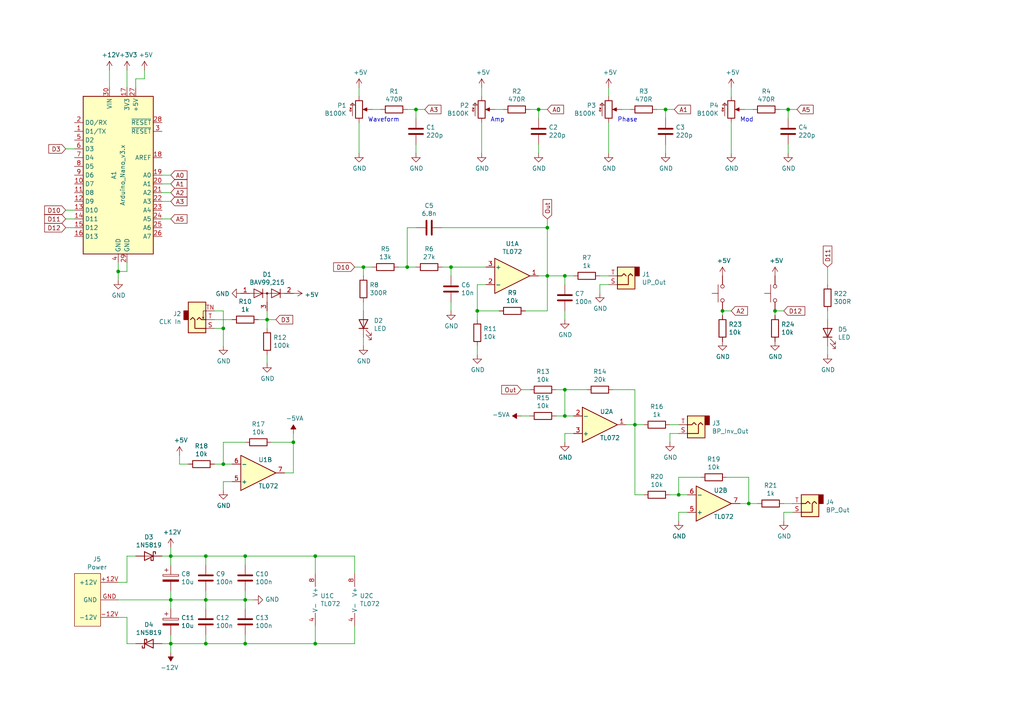
<source format=kicad_sch>
(kicad_sch (version 20231120) (generator "eeschema") (generator_version "8.0")
  (paper "A4")
  (lib_symbols
    (symbol "Amplifier_Operational:TL072" (pin_names (offset 0.127))
      (property "Reference" "U" (at 0 5.08 0))
      (property "Value" "TL072" (at 0 -5.08 0))
      (symbol "TL072_1_1"
        (polyline (pts (xy -5.08 5.08) (xy 5.08 0) (xy -5.08 -5.08) (xy -5.08 5.08)) (stroke (width 0.254)) (fill (type background)))
        (pin output line (at 7.62 0 180) (length 2.54) (name "~") (number "1"))
        (pin input line (at -7.62 -2.54 0) (length 2.54) (name "-") (number "2"))
        (pin input line (at -7.62 2.54 0) (length 2.54) (name "+") (number "3"))
      )
      (symbol "TL072_2_1"
        (polyline (pts (xy -5.08 5.08) (xy 5.08 0) (xy -5.08 -5.08) (xy -5.08 5.08)) (stroke (width 0.254)) (fill (type background)))
        (pin input line (at -7.62 2.54 0) (length 2.54) (name "+") (number "5"))
        (pin input line (at -7.62 -2.54 0) (length 2.54) (name "-") (number "6"))
        (pin output line (at 7.62 0 180) (length 2.54) (name "~") (number "7"))
      )
      (symbol "TL072_3_1"
        (pin power_in line (at -2.54 -7.62 90) (length 3.81) (name "V-") (number "4"))
        (pin power_in line (at -2.54 7.62 270) (length 3.81) (name "V+") (number "8"))
      )
    )
    (symbol "Connector:AudioJack2"
      (property "Reference" "J" (at 0 8.89 0))
      (property "Value" "AudioJack2" (at 0 6.35 0))
      (symbol "AudioJack2_0_1"
        (rectangle (start -3.81 0) (end -2.54 -2.54) (stroke (width 0.254)) (fill (type outline)))
        (rectangle (start -2.54 3.81) (end 2.54 -2.54) (stroke (width 0.254)) (fill (type background)))
        (polyline (pts (xy 0 0) (xy 0.635 -0.635) (xy 1.27 0) (xy 2.54 0)) (stroke (width 0.254)))
        (polyline (pts (xy 2.54 2.54) (xy -0.635 2.54) (xy -0.635 0) (xy -1.27 -0.635) (xy -1.905 0)) (stroke (width 0.254)))
      )
      (symbol "AudioJack2_1_1"
        (pin passive line (at 5.08 2.54 180) (length 2.54) (name "~") (number "S"))
        (pin passive line (at 5.08 0 180) (length 2.54) (name "~") (number "T"))
      )
    )
    (symbol "Connector:AudioJack2_SwitchT"
      (property "Reference" "J" (at 0 8.89 0))
      (property "Value" "AudioJack2_SwitchT" (at 0 6.35 0))
      (symbol "AudioJack2_SwitchT_0_1"
        (rectangle (start -2.54 0) (end -3.81 -2.54) (stroke (width 0.254)) (fill (type outline)))
        (polyline (pts (xy 1.778 -0.254) (xy 2.032 -0.762)))
        (polyline (pts (xy 0 0) (xy 0.635 -0.635) (xy 1.27 0) (xy 2.54 0)) (stroke (width 0.254)))
        (polyline (pts (xy 2.54 -2.54) (xy 1.778 -2.54) (xy 1.778 -0.254) (xy 1.524 -0.762)))
        (polyline (pts (xy 2.54 2.54) (xy -0.635 2.54) (xy -0.635 0) (xy -1.27 -0.635) (xy -1.905 0)) (stroke (width 0.254)))
        (rectangle (start 2.54 3.81) (end -2.54 -5.08) (stroke (width 0.254)) (fill (type background)))
      )
      (symbol "AudioJack2_SwitchT_1_1"
        (pin passive line (at 5.08 2.54 180) (length 2.54) (name "~") (number "S"))
        (pin passive line (at 5.08 0 180) (length 2.54) (name "~") (number "T"))
        (pin passive line (at 5.08 -2.54 180) (length 2.54) (name "~") (number "TN"))
      )
    )
    (symbol "Device:C" (pin_numbers hide) (pin_names (offset 0.254))
      (property "Reference" "C" (at 0.635 2.54 0))
      (property "Value" "C" (at 0.635 -2.54 0))
      (symbol "C_0_1"
        (polyline (pts (xy -2.032 -0.762) (xy 2.032 -0.762)) (stroke (width 0.508)))
        (polyline (pts (xy -2.032 0.762) (xy 2.032 0.762)) (stroke (width 0.508)))
      )
      (symbol "C_1_1"
        (pin passive line (at 0 3.81 270) (length 2.794) (name "~") (number "1"))
        (pin passive line (at 0 -3.81 90) (length 2.794) (name "~") (number "2"))
      )
    )
    (symbol "Device:C_Polarized" (pin_numbers hide) (pin_names (offset 0.254))
      (property "Reference" "C" (at 0.635 2.54 0))
      (property "Value" "C_Polarized" (at 0.635 -2.54 0))
      (symbol "C_Polarized_0_1"
        (rectangle (start -2.286 0.508) (end 2.286 1.016))
        (polyline (pts (xy -1.778 2.286) (xy -0.762 2.286)))
        (polyline (pts (xy -1.27 2.794) (xy -1.27 1.778)))
        (rectangle (start 2.286 -0.508) (end -2.286 -1.016) (fill (type outline)))
      )
      (symbol "C_Polarized_1_1"
        (pin passive line (at 0 3.81 270) (length 2.794) (name "~") (number "1"))
        (pin passive line (at 0 -3.81 90) (length 2.794) (name "~") (number "2"))
      )
    )
    (symbol "Device:LED" (pin_numbers hide) (pin_names (offset 1.016) hide)
      (property "Reference" "D" (at 0 2.54 0))
      (property "Value" "LED" (at 0 -2.54 0))
      (symbol "LED_0_1"
        (polyline (pts (xy -1.27 -1.27) (xy -1.27 1.27)) (stroke (width 0.254)))
        (polyline (pts (xy -1.27 0) (xy 1.27 0)))
        (polyline (pts (xy 1.27 -1.27) (xy 1.27 1.27) (xy -1.27 0) (xy 1.27 -1.27)) (stroke (width 0.254)))
        (polyline (pts (xy -3.048 -0.762) (xy -4.572 -2.286) (xy -3.81 -2.286) (xy -4.572 -2.286) (xy -4.572 -1.524)))
        (polyline (pts (xy -1.778 -0.762) (xy -3.302 -2.286) (xy -2.54 -2.286) (xy -3.302 -2.286) (xy -3.302 -1.524)))
      )
      (symbol "LED_1_1"
        (pin passive line (at -3.81 0 0) (length 2.54) (name "K") (number "1"))
        (pin passive line (at 3.81 0 180) (length 2.54) (name "A") (number "2"))
      )
    )
    (symbol "Device:R" (pin_numbers hide) (pin_names (offset 0))
      (property "Reference" "R" (at 2.032 0 90))
      (property "Value" "R" (at 0 0 90))
      (symbol "R_0_1"
        (rectangle (start -1.016 -2.54) (end 1.016 2.54) (stroke (width 0.254)))
      )
      (symbol "R_1_1"
        (pin passive line (at 0 3.81 270) (length 1.27) (name "~") (number "1"))
        (pin passive line (at 0 -3.81 90) (length 1.27) (name "~") (number "2"))
      )
    )
    (symbol "Device_Additional:R_POT" (pin_names (offset 1.016))
      (property "Reference" "P" (at -5.715 0 90))
      (property "Value" "R_POT" (at -3.81 0 90))
      (symbol "R_POT_0_0"
        (text "cw" (at -2.54 0 900) (effects (font (size 0.635 0.635))))
      )
      (symbol "R_POT_0_1"
        (polyline (pts (xy -1.905 -1.905) (xy -1.905 1.905) (xy -2.54 1.27) (xy -1.27 1.27) (xy -1.905 1.905)))
      )
      (symbol "R_POT_1_1"
        (polyline (pts (xy 2.54 0) (xy 1.524 0)))
        (polyline (pts (xy 1.143 0) (xy 2.286 0.508) (xy 2.286 -0.508) (xy 1.143 0)) (fill (type outline)))
        (rectangle (start 1.016 2.54) (end -1.016 -2.54) (stroke (width 0.254)))
        (pin passive line (at 0 -3.81 90) (length 1.27) (name "CCW") (number "CCW"))
        (pin passive line (at 0 3.81 270) (length 1.27) (name "CW") (number "CW"))
        (pin passive line (at 3.81 0 180) (length 1.27) (name "W") (number "W"))
      )
    )
    (symbol "Diode:1N5817" (pin_numbers hide) (pin_names (offset 1.016) hide)
      (property "Reference" "D" (at 0 2.54 0))
      (property "Value" "1N5817" (at 0 -2.54 0))
      (symbol "1N5817_0_1"
        (polyline (pts (xy 1.27 0) (xy -1.27 0)))
        (polyline (pts (xy 1.27 1.27) (xy 1.27 -1.27) (xy -1.27 0) (xy 1.27 1.27)) (stroke (width 0.254)))
        (polyline (pts (xy -1.905 0.635) (xy -1.905 1.27) (xy -1.27 1.27) (xy -1.27 -1.27) (xy -0.635 -1.27) (xy -0.635 -0.635)) (stroke (width 0.254)))
      )
      (symbol "1N5817_1_1"
        (pin passive line (at -3.81 0 0) (length 2.54) (name "K") (number "1"))
        (pin passive line (at 3.81 0 180) (length 2.54) (name "A") (number "2"))
      )
    )
    (symbol "Diode:BAV99" (pin_names hide)
      (property "Reference" "D" (at 0 5.08 0))
      (property "Value" "BAV99" (at 0 2.54 0))
      (symbol "BAV99_0_1"
        (polyline (pts (xy -5.08 0) (xy 5.08 0)))
      )
      (symbol "BAV99_1_1"
        (polyline (pts (xy 0 0) (xy 0 -2.54)))
        (polyline (pts (xy -1.27 -1.27) (xy -1.27 1.27) (xy -1.27 1.27)) (stroke (width 0.2032)))
        (polyline (pts (xy 3.81 1.27) (xy 3.81 -1.27) (xy 3.81 -1.27)) (stroke (width 0.2032)))
        (polyline (pts (xy -3.81 1.27) (xy -1.27 0) (xy -3.81 -1.27) (xy -3.81 1.27) (xy -3.81 1.27) (xy -3.81 1.27)) (stroke (width 0.2032)))
        (polyline (pts (xy 1.27 1.27) (xy 3.81 0) (xy 1.27 -1.27) (xy 1.27 1.27) (xy 1.27 1.27) (xy 1.27 1.27)) (stroke (width 0.2032)))
        (circle (center 0 0) (radius 0.254) (fill (type outline)))
        (pin passive line (at -7.62 0 0) (length 2.54) (name "K") (number "1"))
        (pin passive line (at 7.62 0 180) (length 2.54) (name "A") (number "2"))
        (pin passive line (at 0 -5.08 90) (length 2.54) (name "K") (number "3"))
      )
    )
    (symbol "Eurorack_Synth:Power_2x5" (pin_names (offset 1.016))
      (property "Reference" "J" (at 0 10.16 0))
      (property "Value" "Power_2x5" (at 0 8.89 0))
      (symbol "Power_2x5_0_1"
        (rectangle (start 3.81 7.62) (end -3.81 -7.62) (fill (type background)))
      )
      (symbol "Power_2x5_1_1"
        (pin power_out line (at 8.89 5.08 180) (length 5.08) (name "+12V") (number "+12V"))
        (pin power_out line (at 8.89 -5.08 180) (length 5.08) (name "-12V") (number "-12V"))
        (pin power_out line (at 8.89 0 180) (length 5.08) (name "GND") (number "GND"))
      )
    )
    (symbol "MCU_Module:Arduino_Nano_v3.x"
      (property "Reference" "A" (at -10.16 23.495 0))
      (property "Value" "Arduino_Nano_v3.x" (at 5.08 -24.13 0))
      (symbol "Arduino_Nano_v3.x_0_1"
        (rectangle (start -10.16 22.86) (end 10.16 -22.86) (stroke (width 0.254)) (fill (type background)))
      )
      (symbol "Arduino_Nano_v3.x_1_1"
        (pin bidirectional line (at -12.7 12.7 0) (length 2.54) (name "D1/TX") (number "1"))
        (pin bidirectional line (at -12.7 -2.54 0) (length 2.54) (name "D7") (number "10"))
        (pin bidirectional line (at -12.7 -5.08 0) (length 2.54) (name "D8") (number "11"))
        (pin bidirectional line (at -12.7 -7.62 0) (length 2.54) (name "D9") (number "12"))
        (pin bidirectional line (at -12.7 -10.16 0) (length 2.54) (name "D10") (number "13"))
        (pin bidirectional line (at -12.7 -12.7 0) (length 2.54) (name "D11") (number "14"))
        (pin bidirectional line (at -12.7 -15.24 0) (length 2.54) (name "D12") (number "15"))
        (pin bidirectional line (at -12.7 -17.78 0) (length 2.54) (name "D13") (number "16"))
        (pin power_out line (at 2.54 25.4 270) (length 2.54) (name "3V3") (number "17"))
        (pin input line (at 12.7 5.08 180) (length 2.54) (name "AREF") (number "18"))
        (pin bidirectional line (at 12.7 0 180) (length 2.54) (name "A0") (number "19"))
        (pin bidirectional line (at -12.7 15.24 0) (length 2.54) (name "D0/RX") (number "2"))
        (pin bidirectional line (at 12.7 -2.54 180) (length 2.54) (name "A1") (number "20"))
        (pin bidirectional line (at 12.7 -5.08 180) (length 2.54) (name "A2") (number "21"))
        (pin bidirectional line (at 12.7 -7.62 180) (length 2.54) (name "A3") (number "22"))
        (pin bidirectional line (at 12.7 -10.16 180) (length 2.54) (name "A4") (number "23"))
        (pin bidirectional line (at 12.7 -12.7 180) (length 2.54) (name "A5") (number "24"))
        (pin bidirectional line (at 12.7 -15.24 180) (length 2.54) (name "A6") (number "25"))
        (pin bidirectional line (at 12.7 -17.78 180) (length 2.54) (name "A7") (number "26"))
        (pin power_out line (at 5.08 25.4 270) (length 2.54) (name "+5V") (number "27"))
        (pin input line (at 12.7 15.24 180) (length 2.54) (name "~{RESET}") (number "28"))
        (pin power_in line (at 2.54 -25.4 90) (length 2.54) (name "GND") (number "29"))
        (pin input line (at 12.7 12.7 180) (length 2.54) (name "~{RESET}") (number "3"))
        (pin power_in line (at -2.54 25.4 270) (length 2.54) (name "VIN") (number "30"))
        (pin power_in line (at 0 -25.4 90) (length 2.54) (name "GND") (number "4"))
        (pin bidirectional line (at -12.7 10.16 0) (length 2.54) (name "D2") (number "5"))
        (pin bidirectional line (at -12.7 7.62 0) (length 2.54) (name "D3") (number "6"))
        (pin bidirectional line (at -12.7 5.08 0) (length 2.54) (name "D4") (number "7"))
        (pin bidirectional line (at -12.7 2.54 0) (length 2.54) (name "D5") (number "8"))
        (pin bidirectional line (at -12.7 0 0) (length 2.54) (name "D6") (number "9"))
      )
    )
    (symbol "Switch:SW_Push" (pin_numbers hide) (pin_names (offset 1.016) hide)
      (property "Reference" "SW" (at 1.27 2.54 0))
      (property "Value" "SW_Push" (at 0 -1.524 0))
      (symbol "SW_Push_0_1"
        (circle (center -2.032 0) (radius 0.508))
        (polyline (pts (xy 0 1.27) (xy 0 3.048)))
        (polyline (pts (xy 2.54 1.27) (xy -2.54 1.27)))
        (circle (center 2.032 0) (radius 0.508))
        (pin passive line (at -5.08 0 0) (length 2.54) (name "1") (number "1"))
        (pin passive line (at 5.08 0 180) (length 2.54) (name "2") (number "2"))
      )
    )
    (symbol "power:+12V" (power) (pin_names (offset 0))
      (property "Value" "+12V" (at 0 3.556 0))
      (symbol "+12V_0_1"
        (polyline (pts (xy -0.762 1.27) (xy 0 2.54)))
        (polyline (pts (xy 0 0) (xy 0 2.54)))
        (polyline (pts (xy 0 2.54) (xy 0.762 1.27)))
      )
      (symbol "+12V_1_1"
        (pin power_in line (at 0 0 90) (length 0) hide (name "+12V") (number "1"))
      )
    )
    (symbol "power:+3.3V" (power) (pin_names (offset 0))
      (property "Value" "+3.3V" (at 0 3.556 0))
      (symbol "+3.3V_0_1"
        (polyline (pts (xy -0.762 1.27) (xy 0 2.54)))
        (polyline (pts (xy 0 0) (xy 0 2.54)))
        (polyline (pts (xy 0 2.54) (xy 0.762 1.27)))
      )
      (symbol "+3.3V_1_1"
        (pin power_in line (at 0 0 90) (length 0) hide (name "+3V3") (number "1"))
      )
    )
    (symbol "power:+5V" (power) (pin_names (offset 0))
      (property "Value" "+5V" (at 0 3.556 0))
      (symbol "+5V_0_1"
        (polyline (pts (xy -0.762 1.27) (xy 0 2.54)))
        (polyline (pts (xy 0 0) (xy 0 2.54)))
        (polyline (pts (xy 0 2.54) (xy 0.762 1.27)))
      )
      (symbol "+5V_1_1"
        (pin power_in line (at 0 0 90) (length 0) hide (name "+5V") (number "1"))
      )
    )
    (symbol "power:-12V" (power) (pin_names (offset 0))
      (property "Value" "-12V" (at 0 3.81 0))
      (symbol "-12V_0_0"
        (pin power_in line (at 0 0 90) (length 0) hide (name "-12V") (number "1"))
      )
      (symbol "-12V_0_1"
        (polyline (pts (xy 0 0) (xy 0 1.27) (xy 0.762 1.27) (xy 0 2.54) (xy -0.762 1.27) (xy 0 1.27)) (fill (type outline)))
      )
    )
    (symbol "power:-5VA" (power) (pin_names (offset 0))
      (property "Value" "-5VA" (at 0 3.81 0))
      (symbol "-5VA_0_0"
        (pin power_in line (at 0 0 90) (length 0) hide (name "-5VA") (number "1"))
      )
      (symbol "-5VA_0_1"
        (polyline (pts (xy 0 0) (xy 0 1.27) (xy 0.762 1.27) (xy 0 2.54) (xy -0.762 1.27) (xy 0 1.27)) (fill (type outline)))
      )
    )
    (symbol "power:GND" (power) (pin_names (offset 0))
      (property "Value" "GND" (at 0 -3.81 0))
      (symbol "GND_0_1"
        (polyline (pts (xy 0 0) (xy 0 -1.27) (xy 1.27 -1.27) (xy 0 -2.54) (xy -1.27 -1.27) (xy 0 -1.27)))
      )
      (symbol "GND_1_1"
        (pin power_in line (at 0 0 270) (length 0) hide (name "GND") (number "1"))
      )
    )
  )
  (junction (at 193.04 31.75))
  (junction (at 71.12 186.69))
  (junction (at 196.85 143.51))
  (junction (at 163.83 80.01))
  (junction (at 158.75 80.01))
  (junction (at 105.41 77.47))
  (junction (at 118.11 77.47))
  (junction (at 156.21 31.75))
  (junction (at 71.12 173.99))
  (junction (at 91.44 161.29))
  (junction (at 209.55 90.17))
  (junction (at 163.83 113.03))
  (junction (at 49.53 186.69))
  (junction (at 71.12 161.29))
  (junction (at 217.17 146.05))
  (junction (at 34.29 78.74))
  (junction (at 184.15 123.19))
  (junction (at 228.6 31.75))
  (junction (at 64.77 134.62))
  (junction (at 120.65 31.75))
  (junction (at 49.53 173.99))
  (junction (at 64.77 95.25))
  (junction (at 224.79 90.17))
  (junction (at 59.69 186.69))
  (junction (at 85.09 128.27))
  (junction (at 59.69 161.29))
  (junction (at 49.53 161.29))
  (junction (at 158.75 66.04))
  (junction (at 59.69 173.99))
  (junction (at 130.81 77.47))
  (junction (at 91.44 186.69))
  (junction (at 77.47 92.71))
  (junction (at 138.43 90.17))
  (junction (at 163.83 120.65))
  (wire (pts (xy 152.4 90.17) (xy 158.75 90.17)))
  (wire (pts (xy 36.83 25.4) (xy 36.83 20.32)))
  (wire (pts (xy 226.06 31.75) (xy 228.6 31.75)))
  (wire (pts (xy 39.37 186.69) (xy 36.83 186.69)))
  (wire (pts (xy 196.85 138.43) (xy 203.2 138.43)))
  (wire (pts (xy 73.66 173.99) (xy 71.12 173.99)))
  (wire (pts (xy 105.41 97.79) (xy 105.41 100.33)))
  (wire (pts (xy 34.29 78.74) (xy 34.29 81.28)))
  (wire (pts (xy 46.99 63.5) (xy 49.53 63.5)))
  (wire (pts (xy 228.6 41.91) (xy 228.6 44.45)))
  (wire (pts (xy 186.69 123.19) (xy 184.15 123.19)))
  (wire (pts (xy 156.21 31.75) (xy 156.21 34.29)))
  (wire (pts (xy 209.55 90.17) (xy 209.55 91.44)))
  (wire (pts (xy 224.79 90.17) (xy 227.33 90.17)))
  (wire (pts (xy 144.78 90.17) (xy 138.43 90.17)))
  (wire (pts (xy 59.69 161.29) (xy 59.69 163.83)))
  (wire (pts (xy 151.13 120.65) (xy 153.67 120.65)))
  (wire (pts (xy 229.87 148.59) (xy 227.33 148.59)))
  (wire (pts (xy 59.69 184.15) (xy 59.69 186.69)))
  (wire (pts (xy 196.85 123.19) (xy 194.31 123.19)))
  (wire (pts (xy 91.44 186.69) (xy 91.44 181.61)))
  (wire (pts (xy 184.15 143.51) (xy 186.69 143.51)))
  (wire (pts (xy 46.99 53.34) (xy 49.53 53.34)))
  (wire (pts (xy 59.69 161.29) (xy 71.12 161.29)))
  (wire (pts (xy 193.04 31.75) (xy 193.04 34.29)))
  (wire (pts (xy 36.83 161.29) (xy 39.37 161.29)))
  (wire (pts (xy 107.95 31.75) (xy 110.49 31.75)))
  (wire (pts (xy 158.75 80.01) (xy 156.21 80.01)))
  (wire (pts (xy 64.77 128.27) (xy 64.77 134.62)))
  (wire (pts (xy 64.77 90.17) (xy 64.77 95.25)))
  (wire (pts (xy 102.87 161.29) (xy 102.87 166.37)))
  (wire (pts (xy 228.6 31.75) (xy 231.14 31.75)))
  (wire (pts (xy 158.75 63.5) (xy 158.75 66.04)))
  (wire (pts (xy 130.81 87.63) (xy 130.81 90.17)))
  (wire (pts (xy 102.87 77.47) (xy 105.41 77.47)))
  (wire (pts (xy 49.53 186.69) (xy 49.53 184.15)))
  (wire (pts (xy 227.33 146.05) (xy 229.87 146.05)))
  (wire (pts (xy 62.23 95.25) (xy 64.77 95.25)))
  (wire (pts (xy 34.29 173.99) (xy 49.53 173.99)))
  (wire (pts (xy 224.79 91.44) (xy 224.79 90.17)))
  (wire (pts (xy 71.12 171.45) (xy 71.12 173.99)))
  (wire (pts (xy 64.77 128.27) (xy 71.12 128.27)))
  (wire (pts (xy 161.29 113.03) (xy 163.83 113.03)))
  (wire (pts (xy 71.12 161.29) (xy 71.12 163.83)))
  (wire (pts (xy 196.85 143.51) (xy 196.85 138.43)))
  (wire (pts (xy 217.17 146.05) (xy 214.63 146.05)))
  (wire (pts (xy 49.53 173.99) (xy 59.69 173.99)))
  (wire (pts (xy 64.77 95.25) (xy 64.77 100.33)))
  (wire (pts (xy 143.51 31.75) (xy 146.05 31.75)))
  (wire (pts (xy 138.43 90.17) (xy 138.43 92.71)))
  (wire (pts (xy 163.83 120.65) (xy 166.37 120.65)))
  (wire (pts (xy 139.7 25.4) (xy 139.7 27.94)))
  (wire (pts (xy 71.12 184.15) (xy 71.12 186.69)))
  (wire (pts (xy 21.59 66.04) (xy 19.05 66.04)))
  (wire (pts (xy 130.81 77.47) (xy 130.81 80.01)))
  (wire (pts (xy 52.07 134.62) (xy 54.61 134.62)))
  (wire (pts (xy 34.29 168.91) (xy 36.83 168.91)))
  (wire (pts (xy 80.01 92.71) (xy 77.47 92.71)))
  (wire (pts (xy 138.43 82.55) (xy 138.43 90.17)))
  (wire (pts (xy 19.05 43.18) (xy 21.59 43.18)))
  (wire (pts (xy 140.97 82.55) (xy 138.43 82.55)))
  (wire (pts (xy 212.09 90.17) (xy 209.55 90.17)))
  (wire (pts (xy 120.65 66.04) (xy 118.11 66.04)))
  (wire (pts (xy 104.14 25.4) (xy 104.14 27.94)))
  (wire (pts (xy 49.53 161.29) (xy 49.53 163.83)))
  (wire (pts (xy 199.39 148.59) (xy 196.85 148.59)))
  (wire (pts (xy 34.29 76.2) (xy 34.29 78.74)))
  (wire (pts (xy 49.53 158.75) (xy 49.53 161.29)))
  (wire (pts (xy 34.29 78.74) (xy 36.83 78.74)))
  (wire (pts (xy 46.99 50.8) (xy 49.53 50.8)))
  (wire (pts (xy 161.29 120.65) (xy 163.83 120.65)))
  (wire (pts (xy 71.12 186.69) (xy 91.44 186.69)))
  (wire (pts (xy 77.47 90.17) (xy 77.47 92.71)))
  (wire (pts (xy 19.05 60.96) (xy 21.59 60.96)))
  (wire (pts (xy 105.41 87.63) (xy 105.41 90.17)))
  (wire (pts (xy 120.65 31.75) (xy 120.65 34.29)))
  (wire (pts (xy 64.77 139.7) (xy 64.77 142.24)))
  (wire (pts (xy 105.41 77.47) (xy 105.41 80.01)))
  (wire (pts (xy 227.33 148.59) (xy 227.33 151.13)))
  (wire (pts (xy 210.82 138.43) (xy 217.17 138.43)))
  (wire (pts (xy 36.83 186.69) (xy 36.83 179.07)))
  (wire (pts (xy 156.21 41.91) (xy 156.21 44.45)))
  (wire (pts (xy 62.23 92.71) (xy 67.31 92.71)))
  (wire (pts (xy 180.34 31.75) (xy 182.88 31.75)))
  (wire (pts (xy 67.31 139.7) (xy 64.77 139.7)))
  (wire (pts (xy 52.07 132.08) (xy 52.07 134.62)))
  (wire (pts (xy 163.83 80.01) (xy 163.83 82.55)))
  (wire (pts (xy 39.37 25.4) (xy 39.37 22.86)))
  (wire (pts (xy 153.67 31.75) (xy 156.21 31.75)))
  (wire (pts (xy 118.11 77.47) (xy 120.65 77.47)))
  (wire (pts (xy 217.17 138.43) (xy 217.17 146.05)))
  (wire (pts (xy 193.04 31.75) (xy 195.58 31.75)))
  (wire (pts (xy 158.75 66.04) (xy 158.75 80.01)))
  (wire (pts (xy 140.97 77.47) (xy 130.81 77.47)))
  (wire (pts (xy 240.03 90.17) (xy 240.03 92.71)))
  (wire (pts (xy 62.23 134.62) (xy 64.77 134.62)))
  (wire (pts (xy 74.93 92.71) (xy 77.47 92.71)))
  (wire (pts (xy 62.23 90.17) (xy 64.77 90.17)))
  (wire (pts (xy 163.83 125.73) (xy 163.83 128.27)))
  (wire (pts (xy 104.14 35.56) (xy 104.14 44.45)))
  (wire (pts (xy 128.27 66.04) (xy 158.75 66.04)))
  (wire (pts (xy 91.44 161.29) (xy 91.44 166.37)))
  (wire (pts (xy 118.11 66.04) (xy 118.11 77.47)))
  (wire (pts (xy 138.43 100.33) (xy 138.43 102.87)))
  (wire (pts (xy 49.53 171.45) (xy 49.53 173.99)))
  (wire (pts (xy 176.53 80.01) (xy 173.99 80.01)))
  (wire (pts (xy 166.37 80.01) (xy 163.83 80.01)))
  (wire (pts (xy 64.77 134.62) (xy 67.31 134.62)))
  (wire (pts (xy 59.69 171.45) (xy 59.69 173.99)))
  (wire (pts (xy 49.53 173.99) (xy 49.53 176.53)))
  (wire (pts (xy 151.13 113.03) (xy 153.67 113.03)))
  (wire (pts (xy 193.04 41.91) (xy 193.04 44.45)))
  (wire (pts (xy 102.87 186.69) (xy 102.87 181.61)))
  (wire (pts (xy 240.03 77.47) (xy 240.03 82.55)))
  (wire (pts (xy 85.09 137.16) (xy 82.55 137.16)))
  (wire (pts (xy 36.83 168.91) (xy 36.83 161.29)))
  (wire (pts (xy 71.12 161.29) (xy 91.44 161.29)))
  (wire (pts (xy 176.53 25.4) (xy 176.53 27.94)))
  (wire (pts (xy 77.47 92.71) (xy 77.47 95.25)))
  (wire (pts (xy 36.83 179.07) (xy 34.29 179.07)))
  (wire (pts (xy 156.21 31.75) (xy 158.75 31.75)))
  (wire (pts (xy 49.53 161.29) (xy 59.69 161.29)))
  (wire (pts (xy 184.15 123.19) (xy 184.15 143.51)))
  (wire (pts (xy 46.99 58.42) (xy 49.53 58.42)))
  (wire (pts (xy 184.15 123.19) (xy 181.61 123.19)))
  (wire (pts (xy 91.44 186.69) (xy 102.87 186.69)))
  (wire (pts (xy 217.17 146.05) (xy 219.71 146.05)))
  (wire (pts (xy 19.05 63.5) (xy 21.59 63.5)))
  (wire (pts (xy 163.83 90.17) (xy 163.83 92.71)))
  (wire (pts (xy 36.83 78.74) (xy 36.83 76.2)))
  (wire (pts (xy 118.11 31.75) (xy 120.65 31.75)))
  (wire (pts (xy 177.8 113.03) (xy 184.15 113.03)))
  (wire (pts (xy 215.9 31.75) (xy 218.44 31.75)))
  (wire (pts (xy 115.57 77.47) (xy 118.11 77.47)))
  (wire (pts (xy 190.5 31.75) (xy 193.04 31.75)))
  (wire (pts (xy 91.44 161.29) (xy 102.87 161.29)))
  (wire (pts (xy 120.65 31.75) (xy 123.19 31.75)))
  (wire (pts (xy 166.37 125.73) (xy 163.83 125.73)))
  (wire (pts (xy 194.31 143.51) (xy 196.85 143.51)))
  (wire (pts (xy 85.09 125.73) (xy 85.09 128.27)))
  (wire (pts (xy 163.83 113.03) (xy 170.18 113.03)))
  (wire (pts (xy 71.12 173.99) (xy 59.69 173.99)))
  (wire (pts (xy 77.47 102.87) (xy 77.47 105.41)))
  (wire (pts (xy 105.41 77.47) (xy 107.95 77.47)))
  (wire (pts (xy 196.85 143.51) (xy 199.39 143.51)))
  (wire (pts (xy 196.85 125.73) (xy 194.31 125.73)))
  (wire (pts (xy 212.09 25.4) (xy 212.09 27.94)))
  (wire (pts (xy 163.83 113.03) (xy 163.83 120.65)))
  (wire (pts (xy 184.15 113.03) (xy 184.15 123.19)))
  (wire (pts (xy 41.91 22.86) (xy 41.91 20.32)))
  (wire (pts (xy 39.37 22.86) (xy 41.91 22.86)))
  (wire (pts (xy 49.53 186.69) (xy 49.53 189.23)))
  (wire (pts (xy 176.53 82.55) (xy 173.99 82.55)))
  (wire (pts (xy 71.12 173.99) (xy 71.12 176.53)))
  (wire (pts (xy 176.53 35.56) (xy 176.53 44.45)))
  (wire (pts (xy 212.09 35.56) (xy 212.09 44.45)))
  (wire (pts (xy 120.65 41.91) (xy 120.65 44.45)))
  (wire (pts (xy 46.99 161.29) (xy 49.53 161.29)))
  (wire (pts (xy 173.99 82.55) (xy 173.99 85.09)))
  (wire (pts (xy 240.03 100.33) (xy 240.03 102.87)))
  (wire (pts (xy 139.7 35.56) (xy 139.7 44.45)))
  (wire (pts (xy 46.99 186.69) (xy 49.53 186.69)))
  (wire (pts (xy 194.31 125.73) (xy 194.31 128.27)))
  (wire (pts (xy 163.83 80.01) (xy 158.75 80.01)))
  (wire (pts (xy 49.53 55.88) (xy 46.99 55.88)))
  (wire (pts (xy 128.27 77.47) (xy 130.81 77.47)))
  (wire (pts (xy 196.85 148.59) (xy 196.85 151.13)))
  (wire (pts (xy 71.12 186.69) (xy 59.69 186.69)))
  (wire (pts (xy 158.75 90.17) (xy 158.75 80.01)))
  (wire (pts (xy 78.74 128.27) (xy 85.09 128.27)))
  (wire (pts (xy 59.69 173.99) (xy 59.69 176.53)))
  (wire (pts (xy 59.69 186.69) (xy 49.53 186.69)))
  (wire (pts (xy 85.09 128.27) (xy 85.09 137.16)))
  (wire (pts (xy 31.75 25.4) (xy 31.75 20.32)))
  (wire (pts (xy 228.6 31.75) (xy 228.6 34.29)))
  (text "Amp" (at 142.24 35.56 0) (effects (font (size 1.27 1.27)) (justify left bottom)))
  (text "Waveform" (at 106.68 35.56 0) (effects (font (size 1.27 1.27)) (justify left bottom)))
  (text "Phase" (at 179.07 35.56 0) (effects (font (size 1.27 1.27)) (justify left bottom)))
  (text "Mod" (at 214.63 35.56 0) (effects (font (size 1.27 1.27)) (justify left bottom)))
  (global_label "D3" (shape input) (at 19.05 43.18 180) (property "Intersheetrefs" "${INTERSHEET_REFS}" (effects (hide yes))))
  (global_label "A1" (shape input) (at 195.58 31.75 0) (property "Intersheetrefs" "${INTERSHEET_REFS}" (effects (hide yes))))
  (global_label "Out" (shape input) (at 158.75 63.5 90) (property "Intersheetrefs" "${INTERSHEET_REFS}" (effects (hide yes))))
  (global_label "D12" (shape input) (at 19.05 66.04 180) (property "Intersheetrefs" "${INTERSHEET_REFS}" (effects (hide yes))))
  (global_label "A0" (shape input) (at 158.75 31.75 0) (property "Intersheetrefs" "${INTERSHEET_REFS}" (effects (hide yes))))
  (global_label "A2" (shape input) (at 212.09 90.17 0) (property "Intersheetrefs" "${INTERSHEET_REFS}" (effects (hide yes))))
  (global_label "Out" (shape input) (at 151.13 113.03 180) (property "Intersheetrefs" "${INTERSHEET_REFS}" (effects (hide yes))))
  (global_label "D3" (shape input) (at 80.01 92.71 0) (property "Intersheetrefs" "${INTERSHEET_REFS}" (effects (hide yes))))
  (global_label "D10" (shape input) (at 19.05 60.96 180) (property "Intersheetrefs" "${INTERSHEET_REFS}" (effects (hide yes))))
  (global_label "D10" (shape input) (at 102.87 77.47 180) (property "Intersheetrefs" "${INTERSHEET_REFS}" (effects (hide yes))))
  (global_label "A3" (shape input) (at 123.19 31.75 0) (property "Intersheetrefs" "${INTERSHEET_REFS}" (effects (hide yes))))
  (global_label "A2" (shape input) (at 49.53 55.88 0) (property "Intersheetrefs" "${INTERSHEET_REFS}" (effects (hide yes))))
  (global_label "A5" (shape input) (at 231.14 31.75 0) (property "Intersheetrefs" "${INTERSHEET_REFS}" (effects (hide yes))))
  (global_label "A0" (shape input) (at 49.53 50.8 0) (property "Intersheetrefs" "${INTERSHEET_REFS}" (effects (hide yes))))
  (global_label "A1" (shape input) (at 49.53 53.34 0) (property "Intersheetrefs" "${INTERSHEET_REFS}" (effects (hide yes))))
  (global_label "A5" (shape input) (at 49.53 63.5 0) (property "Intersheetrefs" "${INTERSHEET_REFS}" (effects (hide yes))))
  (global_label "D12" (shape input) (at 227.33 90.17 0) (property "Intersheetrefs" "${INTERSHEET_REFS}" (effects (hide yes))))
  (global_label "D11" (shape input) (at 19.05 63.5 180) (property "Intersheetrefs" "${INTERSHEET_REFS}" (effects (hide yes))))
  (global_label "A3" (shape input) (at 49.53 58.42 0) (property "Intersheetrefs" "${INTERSHEET_REFS}" (effects (hide yes))))
  (global_label "D11" (shape input) (at 240.03 77.47 90) (property "Intersheetrefs" "${INTERSHEET_REFS}" (effects (hide yes))))
  (symbol (lib_id "MCU_Module:Arduino_Nano_v3.x") (at 34.29 50.8 0) (unit 1)
    (property "Reference" "A1" (at 33.02 50.8 90))
    (property "Value" "Arduino_Nano_v3.x" (at 35.56 50.8 90))
    (property "Footprint" "Module:Arduino_Nano" (effects (hide yes)))
    (property "Datasheet" "http://www.mouser.com/pdfdocs/Gravitech_Arduino_Nano3_0.pdf" (effects (hide yes)))
  )
  (symbol (lib_id "power:+5V") (at 41.91 20.32 0) (unit 1)
    (property "Reference" "#PWR03" (effects (hide yes)))
    (property "Value" "+5V" (at 42.291 15.9258 0))
  )
  (symbol (lib_id "power:+3.3V") (at 36.83 20.32 0) (unit 1)
    (property "Reference" "#PWR02" (effects (hide yes)))
    (property "Value" "+3V3" (at 37.211 15.9258 0))
  )
  (symbol (lib_id "power:+12V") (at 31.75 20.32 0) (unit 1)
    (property "Reference" "#PWR01" (effects (hide yes)))
    (property "Value" "+12V" (at 32.131 15.9258 0))
  )
  (symbol (lib_id "power:GND") (at 34.29 81.28 0) (unit 1)
    (property "Reference" "#PWR016" (effects (hide yes)))
    (property "Value" "GND" (at 34.417 85.6742 0))
  )
  (symbol (lib_id "Eurorack_Synth:Power_2x5") (at 25.4 173.99 0) (unit 1)
    (property "Reference" "J5" (at 28.1432 162.179 0))
    (property "Value" "Power" (at 28.1432 164.4904 0))
    (property "Footprint" "CATs_Eurosynth_Specials:Power_2x5_Vertical" (effects (hide yes)))
  )
  (symbol (lib_id "Diode:1N5817") (at 43.18 161.29 0) (mirror y) (unit 1)
    (property "Reference" "D3" (at 43.18 155.7782 0))
    (property "Value" "1N5819" (at 43.18 158.0896 0))
    (property "Footprint" "Diode_SMD:D_SOD-323" (effects (hide yes)))
    (property "Datasheet" "http://www.vishay.com/docs/88525/1n5817.pdf" (effects (hide yes)))
    (property "LCSC" "C191023" (effects (hide yes)))
  )
  (symbol (lib_id "Diode:1N5817") (at 43.18 186.69 0) (mirror x) (unit 1)
    (property "Reference" "D4" (at 43.18 181.1782 0))
    (property "Value" "1N5819" (at 43.18 183.4896 0))
    (property "Footprint" "Diode_SMD:D_SOD-323" (effects (hide yes)))
    (property "Datasheet" "http://www.vishay.com/docs/88525/1n5817.pdf" (effects (hide yes)))
    (property "LCSC" "C191023" (effects (hide yes)))
  )
  (symbol (lib_id "Device:C_Polarized") (at 49.53 167.64 0) (unit 1)
    (property "Reference" "C8" (at 52.5272 166.4716 0) (effects (justify left)))
    (property "Value" "10u" (at 52.5272 168.783 0) (effects (justify left)))
    (property "Footprint" "Capacitor_Tantalum_SMD:CP_EIA-3216-18_Kemet-A" (effects (hide yes)))
    (property "LCSC" "C7171" (effects (hide yes)))
  )
  (symbol (lib_id "Device:C_Polarized") (at 49.53 180.34 0) (unit 1)
    (property "Reference" "C11" (at 52.5272 179.1716 0) (effects (justify left)))
    (property "Value" "10u" (at 52.5272 181.483 0) (effects (justify left)))
    (property "Footprint" "Capacitor_Tantalum_SMD:CP_EIA-3216-18_Kemet-A" (effects (hide yes)))
    (property "LCSC" "C7171" (effects (hide yes)))
  )
  (symbol (lib_id "power:+12V") (at 49.53 158.75 0) (unit 1)
    (property "Reference" "#PWR034" (effects (hide yes)))
    (property "Value" "+12V" (at 49.911 154.3558 0))
  )
  (symbol (lib_id "power:-12V") (at 49.53 189.23 180) (unit 1)
    (property "Reference" "#PWR036" (effects (hide yes)))
    (property "Value" "-12V" (at 49.149 193.6242 0))
  )
  (symbol (lib_id "Device_Additional:R_POT") (at 104.14 31.75 0) (unit 1)
    (property "Reference" "P1" (at 100.5078 30.5816 0) (effects (justify right)))
    (property "Value" "B100K" (at 100.5078 32.893 0) (effects (justify right)))
    (property "Footprint" "Potentiometer_THT_Additional:Potentiometer_AlpsAlpine_RK09L1140_wo_Fix" (effects (hide yes)))
  )
  (symbol (lib_id "Device:R") (at 114.3 31.75 270) (unit 1)
    (property "Reference" "R1" (at 114.3 26.4922 90))
    (property "Value" "470R" (at 114.3 28.8036 90))
    (property "Footprint" "Resistor_SMD:R_0402_1005Metric" (effects (hide yes)))
    (property "LCSC" "C25117" (effects (hide yes)))
  )
  (symbol (lib_id "Device:C") (at 120.65 38.1 0) (unit 1)
    (property "Reference" "C1" (at 123.571 36.9316 0) (effects (justify left)))
    (property "Value" "220p" (at 123.571 39.243 0) (effects (justify left)))
    (property "Footprint" "Capacitor_SMD:C_0402_1005Metric" (effects (hide yes)))
    (property "LCSC" "C1530" (effects (hide yes)))
  )
  (symbol (lib_id "power:GND") (at 120.65 44.45 0) (unit 1)
    (property "Reference" "#PWR09" (effects (hide yes)))
    (property "Value" "GND" (at 120.777 48.8442 0))
  )
  (symbol (lib_id "power:GND") (at 104.14 44.45 0) (unit 1)
    (property "Reference" "#PWR08" (effects (hide yes)))
    (property "Value" "GND" (at 104.267 48.8442 0))
  )
  (symbol (lib_id "power:+5V") (at 104.14 25.4 0) (unit 1)
    (property "Reference" "#PWR04" (effects (hide yes)))
    (property "Value" "+5V" (at 104.521 21.0058 0))
  )
  (symbol (lib_id "Device_Additional:R_POT") (at 139.7 31.75 0) (unit 1)
    (property "Reference" "P2" (at 136.0678 30.5816 0) (effects (justify right)))
    (property "Value" "B100K" (at 136.0678 32.893 0) (effects (justify right)))
    (property "Footprint" "Potentiometer_THT_Additional:Potentiometer_AlpsAlpine_RK09L1140" (effects (hide yes)))
  )
  (symbol (lib_id "Device:R") (at 149.86 31.75 270) (unit 1)
    (property "Reference" "R2" (at 149.86 26.4922 90))
    (property "Value" "470R" (at 149.86 28.8036 90))
    (property "Footprint" "Resistor_SMD:R_0402_1005Metric" (effects (hide yes)))
    (property "LCSC" "C25117" (effects (hide yes)))
  )
  (symbol (lib_id "Device:C") (at 156.21 38.1 0) (unit 1)
    (property "Reference" "C2" (at 159.131 36.9316 0) (effects (justify left)))
    (property "Value" "220p" (at 159.131 39.243 0) (effects (justify left)))
    (property "Footprint" "Capacitor_SMD:C_0402_1005Metric" (effects (hide yes)))
    (property "LCSC" "C1530" (effects (hide yes)))
  )
  (symbol (lib_id "power:GND") (at 156.21 44.45 0) (unit 1)
    (property "Reference" "#PWR011" (effects (hide yes)))
    (property "Value" "GND" (at 156.337 48.8442 0))
  )
  (symbol (lib_id "power:GND") (at 139.7 44.45 0) (unit 1)
    (property "Reference" "#PWR010" (effects (hide yes)))
    (property "Value" "GND" (at 139.827 48.8442 0))
  )
  (symbol (lib_id "power:+5V") (at 139.7 25.4 0) (unit 1)
    (property "Reference" "#PWR05" (effects (hide yes)))
    (property "Value" "+5V" (at 140.081 21.0058 0))
  )
  (symbol (lib_id "Device_Additional:R_POT") (at 176.53 31.75 0) (unit 1)
    (property "Reference" "P3" (at 172.8978 30.5816 0) (effects (justify right)))
    (property "Value" "B100K" (at 172.8978 32.893 0) (effects (justify right)))
    (property "Footprint" "Potentiometer_THT_Additional:Potentiometer_AlpsAlpine_RK09L1140_wo_Fix" (effects (hide yes)))
  )
  (symbol (lib_id "Device:R") (at 186.69 31.75 270) (unit 1)
    (property "Reference" "R3" (at 186.69 26.4922 90))
    (property "Value" "470R" (at 186.69 28.8036 90))
    (property "Footprint" "Resistor_SMD:R_0402_1005Metric" (effects (hide yes)))
    (property "LCSC" "C25117" (effects (hide yes)))
  )
  (symbol (lib_id "Device:C") (at 193.04 38.1 0) (unit 1)
    (property "Reference" "C3" (at 195.961 36.9316 0) (effects (justify left)))
    (property "Value" "220p" (at 195.961 39.243 0) (effects (justify left)))
    (property "Footprint" "Capacitor_SMD:C_0402_1005Metric" (effects (hide yes)))
    (property "LCSC" "C1530" (effects (hide yes)))
  )
  (symbol (lib_id "power:GND") (at 193.04 44.45 0) (unit 1)
    (property "Reference" "#PWR013" (effects (hide yes)))
    (property "Value" "GND" (at 193.167 48.8442 0))
  )
  (symbol (lib_id "power:GND") (at 176.53 44.45 0) (unit 1)
    (property "Reference" "#PWR012" (effects (hide yes)))
    (property "Value" "GND" (at 176.657 48.8442 0))
  )
  (symbol (lib_id "power:+5V") (at 176.53 25.4 0) (unit 1)
    (property "Reference" "#PWR06" (effects (hide yes)))
    (property "Value" "+5V" (at 176.911 21.0058 0))
  )
  (symbol (lib_id "Device_Additional:R_POT") (at 212.09 31.75 0) (unit 1)
    (property "Reference" "P4" (at 208.4578 30.5816 0) (effects (justify right)))
    (property "Value" "B100K" (at 208.4578 32.893 0) (effects (justify right)))
    (property "Footprint" "Potentiometer_THT_Additional:Potentiometer_AlpsAlpine_RK09L1140_wo_Fix" (effects (hide yes)))
  )
  (symbol (lib_id "Device:R") (at 222.25 31.75 270) (unit 1)
    (property "Reference" "R4" (at 222.25 26.4922 90))
    (property "Value" "470R" (at 222.25 28.8036 90))
    (property "Footprint" "Resistor_SMD:R_0402_1005Metric" (effects (hide yes)))
    (property "LCSC" "C25117" (effects (hide yes)))
  )
  (symbol (lib_id "Device:C") (at 228.6 38.1 0) (unit 1)
    (property "Reference" "C4" (at 231.521 36.9316 0) (effects (justify left)))
    (property "Value" "220p" (at 231.521 39.243 0) (effects (justify left)))
    (property "Footprint" "Capacitor_SMD:C_0402_1005Metric" (effects (hide yes)))
    (property "LCSC" "C1530" (effects (hide yes)))
  )
  (symbol (lib_id "power:GND") (at 228.6 44.45 0) (unit 1)
    (property "Reference" "#PWR015" (effects (hide yes)))
    (property "Value" "GND" (at 228.727 48.8442 0))
  )
  (symbol (lib_id "power:GND") (at 212.09 44.45 0) (unit 1)
    (property "Reference" "#PWR014" (effects (hide yes)))
    (property "Value" "GND" (at 212.217 48.8442 0))
  )
  (symbol (lib_id "power:+5V") (at 212.09 25.4 0) (unit 1)
    (property "Reference" "#PWR07" (effects (hide yes)))
    (property "Value" "+5V" (at 212.471 21.0058 0))
  )
  (symbol (lib_id "Connector:AudioJack2_SwitchT") (at 57.15 92.71 0) (mirror x) (unit 1)
    (property "Reference" "J2" (at 52.578 91.0082 0) (effects (justify right)))
    (property "Value" "CLK In" (at 52.578 93.3196 0) (effects (justify right)))
    (property "Footprint" "Connector_Audio_QingPu:Jack_3.5mm_QingPu_WQP-PJ301M-12" (effects (hide yes)))
  )
  (symbol (lib_id "power:GND") (at 64.77 100.33 0) (unit 1)
    (property "Reference" "#PWR022" (effects (hide yes)))
    (property "Value" "GND" (at 64.897 104.7242 0))
  )
  (symbol (lib_id "Device:R") (at 71.12 92.71 270) (unit 1)
    (property "Reference" "R10" (at 71.12 87.4522 90))
    (property "Value" "1k" (at 71.12 89.7636 90))
    (property "Footprint" "Resistor_SMD:R_0402_1005Metric" (effects (hide yes)))
    (property "LCSC" "C11702" (effects (hide yes)))
  )
  (symbol (lib_id "Device:R") (at 77.47 99.06 180) (unit 1)
    (property "Reference" "R12" (at 79.248 97.8916 0) (effects (justify right)))
    (property "Value" "100k" (at 79.248 100.203 0) (effects (justify right)))
    (property "Footprint" "Resistor_SMD:R_0402_1005Metric" (effects (hide yes)))
    (property "LCSC" "C25741" (effects (hide yes)))
  )
  (symbol (lib_id "power:GND") (at 77.47 105.41 0) (unit 1)
    (property "Reference" "#PWR025" (effects (hide yes)))
    (property "Value" "GND" (at 77.597 109.8042 0))
  )
  (symbol (lib_id "Diode:BAV99") (at 77.47 85.09 0) (unit 1)
    (property "Reference" "D1" (at 77.47 79.6036 0))
    (property "Value" "BAV99,215" (at 77.47 81.915 0))
    (property "Footprint" "Package_TO_SOT_SMD:SOT-23" (effects (hide yes)))
    (property "Datasheet" "https://assets.nexperia.com/documents/data-sheet/BAV99_SER.pdf" (effects (hide yes)))
    (property "LCSC" "C2500" (effects (hide yes)))
  )
  (symbol (lib_id "power:GND") (at 69.85 85.09 270) (unit 1)
    (property "Reference" "#PWR017" (effects (hide yes)))
    (property "Value" "GND" (at 66.5988 85.217 90) (effects (justify right)))
  )
  (symbol (lib_id "power:+5V") (at 85.09 85.09 270) (unit 1)
    (property "Reference" "#PWR018" (effects (hide yes)))
    (property "Value" "+5V" (at 88.3412 85.471 90) (effects (justify left)))
  )
  (symbol (lib_id "Device:R") (at 111.76 77.47 270) (unit 1)
    (property "Reference" "R5" (at 111.76 72.2122 90))
    (property "Value" "13k" (at 111.76 74.5236 90))
    (property "Footprint" "Resistor_SMD:R_0603_1608Metric" (effects (hide yes)))
    (property "LCSC" "C22797" (effects (hide yes)))
  )
  (symbol (lib_id "Device:R") (at 124.46 77.47 270) (unit 1)
    (property "Reference" "R6" (at 124.46 72.2122 90))
    (property "Value" "27k" (at 124.46 74.5236 90))
    (property "Footprint" "Resistor_SMD:R_0402_1005Metric" (effects (hide yes)))
    (property "LCSC" "C25771" (effects (hide yes)))
  )
  (symbol (lib_id "Device:C") (at 124.46 66.04 270) (unit 1)
    (property "Reference" "C5" (at 124.46 59.6392 90))
    (property "Value" "6.8n" (at 124.46 61.9506 90))
    (property "Footprint" "Capacitor_SMD:C_0402_1005Metric" (effects (hide yes)))
    (property "LCSC" "C1542" (effects (hide yes)))
  )
  (symbol (lib_id "Device:C") (at 130.81 83.82 180) (unit 1)
    (property "Reference" "C6" (at 133.731 82.6516 0) (effects (justify right)))
    (property "Value" "10n" (at 133.731 84.963 0) (effects (justify right)))
    (property "Footprint" "Capacitor_SMD:C_0402_1005Metric" (effects (hide yes)))
    (property "LCSC" "C15195" (effects (hide yes)))
  )
  (symbol (lib_id "power:GND") (at 130.81 90.17 0) (unit 1)
    (property "Reference" "#PWR020" (effects (hide yes)))
    (property "Value" "GND" (at 130.937 94.5642 0))
  )
  (symbol (lib_id "Amplifier_Operational:TL072") (at 148.59 80.01 0) (unit 1)
    (property "Reference" "U1" (at 148.59 70.6882 0))
    (property "Value" "TL072" (at 148.59 72.9996 0))
    (property "Footprint" "Package_SO:SOIC-8_3.9x4.9mm_P1.27mm" (effects (hide yes)))
    (property "Datasheet" "http://www.ti.com/lit/ds/symlink/tl071.pdf" (effects (hide yes)))
    (property "LCSC" "C6961" (effects (hide yes)))
  )
  (symbol (lib_id "Device:R") (at 148.59 90.17 270) (unit 1)
    (property "Reference" "R9" (at 148.59 84.9122 90))
    (property "Value" "10k" (at 148.59 87.2236 90))
    (property "Footprint" "Resistor_SMD:R_0402_1005Metric" (effects (hide yes)))
    (property "LCSC" "C25744" (effects (hide yes)))
  )
  (symbol (lib_id "Device:R") (at 138.43 96.52 180) (unit 1)
    (property "Reference" "R11" (at 140.208 95.3516 0) (effects (justify right)))
    (property "Value" "10k" (at 140.208 97.663 0) (effects (justify right)))
    (property "Footprint" "Resistor_SMD:R_0402_1005Metric" (effects (hide yes)))
    (property "LCSC" "C25744" (effects (hide yes)))
  )
  (symbol (lib_id "power:GND") (at 138.43 102.87 0) (unit 1)
    (property "Reference" "#PWR024" (effects (hide yes)))
    (property "Value" "GND" (at 138.557 107.2642 0))
  )
  (symbol (lib_id "Device:C") (at 163.83 86.36 180) (unit 1)
    (property "Reference" "C7" (at 166.751 85.1916 0) (effects (justify right)))
    (property "Value" "100n" (at 166.751 87.503 0) (effects (justify right)))
    (property "Footprint" "Capacitor_SMD:C_0402_1005Metric" (effects (hide yes)))
    (property "LCSC" "C1525" (effects (hide yes)))
  )
  (symbol (lib_id "Device:R") (at 170.18 80.01 270) (unit 1)
    (property "Reference" "R7" (at 170.18 74.7522 90))
    (property "Value" "1k" (at 170.18 77.0636 90))
    (property "Footprint" "Resistor_SMD:R_0402_1005Metric" (effects (hide yes)))
    (property "LCSC" "C11702" (effects (hide yes)))
  )
  (symbol (lib_id "power:GND") (at 163.83 92.71 0) (unit 1)
    (property "Reference" "#PWR021" (effects (hide yes)))
    (property "Value" "GND" (at 163.957 97.1042 0))
  )
  (symbol (lib_id "Connector:AudioJack2") (at 181.61 80.01 180) (unit 1)
    (property "Reference" "J1" (at 186.182 79.5782 0) (effects (justify right)))
    (property "Value" "UP_Out" (at 186.182 81.8896 0) (effects (justify right)))
    (property "Footprint" "Connector_Audio_QingPu:Jack_3.5mm_QingPu_WQP-PJ301M-12" (effects (hide yes)))
  )
  (symbol (lib_id "power:GND") (at 173.99 85.09 0) (unit 1)
    (property "Reference" "#PWR019" (effects (hide yes)))
    (property "Value" "GND" (at 174.117 89.4842 0))
  )
  (symbol (lib_id "Amplifier_Operational:TL072") (at 93.98 173.99 0) (unit 3)
    (property "Reference" "U1" (at 92.9132 172.8216 0) (effects (justify left)))
    (property "Value" "TL072" (at 92.9132 175.133 0) (effects (justify left)))
    (property "Footprint" "Package_SO:SOIC-8_3.9x4.9mm_P1.27mm" (effects (hide yes)))
    (property "Datasheet" "http://www.ti.com/lit/ds/symlink/tl071.pdf" (effects (hide yes)))
    (property "LCSC" "C6961" (effects (hide yes)))
  )
  (symbol (lib_id "Device:C") (at 59.69 167.64 180) (unit 1)
    (property "Reference" "C9" (at 62.611 166.4716 0) (effects (justify right)))
    (property "Value" "100n" (at 62.611 168.783 0) (effects (justify right)))
    (property "Footprint" "Capacitor_SMD:C_0402_1005Metric" (effects (hide yes)))
    (property "LCSC" "C1525" (effects (hide yes)))
  )
  (symbol (lib_id "Device:C") (at 59.69 180.34 180) (unit 1)
    (property "Reference" "C12" (at 62.611 179.1716 0) (effects (justify right)))
    (property "Value" "100n" (at 62.611 181.483 0) (effects (justify right)))
    (property "Footprint" "Capacitor_SMD:C_0402_1005Metric" (effects (hide yes)))
    (property "LCSC" "C1525" (effects (hide yes)))
  )
  (symbol (lib_id "power:GND") (at 73.66 173.99 90) (unit 1)
    (property "Reference" "#PWR035" (effects (hide yes)))
    (property "Value" "GND" (at 76.9112 173.863 90) (effects (justify right)))
  )
  (symbol (lib_id "power:+5V") (at 52.07 132.08 0) (unit 1)
    (property "Reference" "#PWR030" (effects (hide yes)))
    (property "Value" "+5V" (at 52.451 127.6858 0))
  )
  (symbol (lib_id "Device:R") (at 58.42 134.62 270) (unit 1)
    (property "Reference" "R18" (at 58.42 129.3622 90))
    (property "Value" "10k" (at 58.42 131.6736 90))
    (property "Footprint" "Resistor_SMD:R_0402_1005Metric" (effects (hide yes)))
    (property "LCSC" "C25744" (effects (hide yes)))
  )
  (symbol (lib_id "Amplifier_Operational:TL072") (at 74.93 137.16 0) (mirror x) (unit 2)
    (property "Reference" "U1" (at 74.93 133.35 0) (effects (justify left)))
    (property "Value" "TL072" (at 74.93 140.97 0) (effects (justify left)))
    (property "Footprint" "Package_SO:SOIC-8_3.9x4.9mm_P1.27mm" (effects (hide yes)))
    (property "Datasheet" "http://www.ti.com/lit/ds/symlink/tl071.pdf" (effects (hide yes)))
    (property "LCSC" "C6961" (effects (hide yes)))
  )
  (symbol (lib_id "power:GND") (at 64.77 142.24 0) (unit 1)
    (property "Reference" "#PWR031" (effects (hide yes)))
    (property "Value" "GND" (at 64.897 146.6342 0))
  )
  (symbol (lib_id "Device:R") (at 74.93 128.27 270) (unit 1)
    (property "Reference" "R17" (at 74.93 123.0122 90))
    (property "Value" "10k" (at 74.93 125.3236 90))
    (property "Footprint" "Resistor_SMD:R_0402_1005Metric" (effects (hide yes)))
    (property "LCSC" "C25744" (effects (hide yes)))
  )
  (symbol (lib_id "power:-5VA") (at 85.09 125.73 0) (unit 1)
    (property "Reference" "#PWR027" (effects (hide yes)))
    (property "Value" "-5VA" (at 85.471 121.3358 0))
  )
  (symbol (lib_id "Amplifier_Operational:TL072") (at 173.99 123.19 0) (mirror x) (unit 1)
    (property "Reference" "U2" (at 173.99 119.38 0) (effects (justify left)))
    (property "Value" "TL072" (at 173.99 127 0) (effects (justify left)))
    (property "Footprint" "Package_SO:SOIC-8_3.9x4.9mm_P1.27mm" (effects (hide yes)))
    (property "Datasheet" "http://www.ti.com/lit/ds/symlink/tl071.pdf" (effects (hide yes)))
    (property "LCSC" "C6961" (effects (hide yes)))
  )
  (symbol (lib_id "Device:R") (at 157.48 120.65 270) (unit 1)
    (property "Reference" "R15" (at 157.48 115.3922 90))
    (property "Value" "10k" (at 157.48 117.7036 90))
    (property "Footprint" "Resistor_SMD:R_0402_1005Metric" (effects (hide yes)))
    (property "LCSC" "C25744" (effects (hide yes)))
  )
  (symbol (lib_id "Device:R") (at 157.48 113.03 270) (unit 1)
    (property "Reference" "R13" (at 157.48 107.7722 90))
    (property "Value" "10k" (at 157.48 110.0836 90))
    (property "Footprint" "Resistor_SMD:R_0402_1005Metric" (effects (hide yes)))
    (property "LCSC" "C25744" (effects (hide yes)))
  )
  (symbol (lib_id "Device:R") (at 173.99 113.03 270) (unit 1)
    (property "Reference" "R14" (at 173.99 107.7722 90))
    (property "Value" "20k" (at 173.99 110.0836 90))
    (property "Footprint" "Resistor_SMD:R_0402_1005Metric" (effects (hide yes)))
    (property "LCSC" "C25765" (effects (hide yes)))
  )
  (symbol (lib_id "power:GND") (at 163.83 128.27 0) (unit 1)
    (property "Reference" "#PWR028" (effects (hide yes)))
    (property "Value" "GND" (at 163.957 132.6642 0))
  )
  (symbol (lib_id "power:-5VA") (at 151.13 120.65 90) (unit 1)
    (property "Reference" "#PWR026" (effects (hide yes)))
    (property "Value" "-5VA" (at 147.9042 120.269 90) (effects (justify left)))
  )
  (symbol (lib_id "Device:R") (at 190.5 123.19 270) (unit 1)
    (property "Reference" "R16" (at 190.5 117.9322 90))
    (property "Value" "1k" (at 190.5 120.2436 90))
    (property "Footprint" "Resistor_SMD:R_0402_1005Metric" (effects (hide yes)))
    (property "LCSC" "C11702" (effects (hide yes)))
  )
  (symbol (lib_id "Connector:AudioJack2") (at 201.93 123.19 180) (unit 1)
    (property "Reference" "J3" (at 206.502 122.7582 0) (effects (justify right)))
    (property "Value" "BP_Inv_Out" (at 206.502 125.0696 0) (effects (justify right)))
    (property "Footprint" "Connector_Audio_QingPu:Jack_3.5mm_QingPu_WQP-PJ301M-12" (effects (hide yes)))
  )
  (symbol (lib_id "power:GND") (at 194.31 128.27 0) (unit 1)
    (property "Reference" "#PWR029" (effects (hide yes)))
    (property "Value" "GND" (at 194.437 132.6642 0))
  )
  (symbol (lib_id "Device:R") (at 190.5 143.51 270) (unit 1)
    (property "Reference" "R20" (at 190.5 138.2522 90))
    (property "Value" "10k" (at 190.5 140.5636 90))
    (property "Footprint" "Resistor_SMD:R_0402_1005Metric" (effects (hide yes)))
    (property "LCSC" "C25744" (effects (hide yes)))
  )
  (symbol (lib_id "Amplifier_Operational:TL072") (at 207.01 146.05 0) (mirror x) (unit 2)
    (property "Reference" "U2" (at 207.01 142.24 0) (effects (justify left)))
    (property "Value" "TL072" (at 207.01 149.86 0) (effects (justify left)))
    (property "Footprint" "Package_SO:SOIC-8_3.9x4.9mm_P1.27mm" (effects (hide yes)))
    (property "Datasheet" "http://www.ti.com/lit/ds/symlink/tl071.pdf" (effects (hide yes)))
    (property "LCSC" "C6961" (effects (hide yes)))
  )
  (symbol (lib_id "power:GND") (at 196.85 151.13 0) (unit 1)
    (property "Reference" "#PWR032" (effects (hide yes)))
    (property "Value" "GND" (at 196.977 155.5242 0))
  )
  (symbol (lib_id "Device:R") (at 207.01 138.43 270) (unit 1)
    (property "Reference" "R19" (at 207.01 133.1722 90))
    (property "Value" "10k" (at 207.01 135.4836 90))
    (property "Footprint" "Resistor_SMD:R_0402_1005Metric" (effects (hide yes)))
    (property "LCSC" "C25744" (effects (hide yes)))
  )
  (symbol (lib_id "Device:R") (at 223.52 146.05 270) (unit 1)
    (property "Reference" "R21" (at 223.52 140.7922 90))
    (property "Value" "1k" (at 223.52 143.1036 90))
    (property "Footprint" "Resistor_SMD:R_0402_1005Metric" (effects (hide yes)))
    (property "LCSC" "C11702" (effects (hide yes)))
  )
  (symbol (lib_id "Connector:AudioJack2") (at 234.95 146.05 180) (unit 1)
    (property "Reference" "J4" (at 239.522 145.6182 0) (effects (justify right)))
    (property "Value" "BP_Out" (at 239.522 147.9296 0) (effects (justify right)))
    (property "Footprint" "Connector_Audio_QingPu:Jack_3.5mm_QingPu_WQP-PJ301M-12" (effects (hide yes)))
  )
  (symbol (lib_id "power:GND") (at 227.33 151.13 0) (unit 1)
    (property "Reference" "#PWR033" (effects (hide yes)))
    (property "Value" "GND" (at 227.457 155.5242 0))
  )
  (symbol (lib_id "Device:C") (at 71.12 167.64 180) (unit 1)
    (property "Reference" "C10" (at 74.041 166.4716 0) (effects (justify right)))
    (property "Value" "100n" (at 74.041 168.783 0) (effects (justify right)))
    (property "Footprint" "Capacitor_SMD:C_0402_1005Metric" (effects (hide yes)))
    (property "LCSC" "C1525" (effects (hide yes)))
  )
  (symbol (lib_id "Device:C") (at 71.12 180.34 180) (unit 1)
    (property "Reference" "C13" (at 74.041 179.1716 0) (effects (justify right)))
    (property "Value" "100n" (at 74.041 181.483 0) (effects (justify right)))
    (property "Footprint" "Capacitor_SMD:C_0402_1005Metric" (effects (hide yes)))
    (property "LCSC" "C1525" (effects (hide yes)))
  )
  (symbol (lib_id "Amplifier_Operational:TL072") (at 105.41 173.99 0) (unit 3)
    (property "Reference" "U2" (at 104.3432 172.8216 0) (effects (justify left)))
    (property "Value" "TL072" (at 104.3432 175.133 0) (effects (justify left)))
    (property "Footprint" "Package_SO:SOIC-8_3.9x4.9mm_P1.27mm" (effects (hide yes)))
    (property "Datasheet" "http://www.ti.com/lit/ds/symlink/tl071.pdf" (effects (hide yes)))
    (property "LCSC" "C6961" (effects (hide yes)))
  )
  (symbol (lib_id "Device:R") (at 105.41 83.82 180) (unit 1)
    (property "Reference" "R8" (at 107.188 82.6516 0) (effects (justify right)))
    (property "Value" "300R" (at 107.188 84.963 0) (effects (justify right)))
    (property "Footprint" "Resistor_SMD:R_0402_1005Metric" (effects (hide yes)))
    (property "LCSC" "C25102" (effects (hide yes)))
  )
  (symbol (lib_id "Device:LED") (at 105.41 93.98 90) (unit 1)
    (property "Reference" "D2" (at 108.4072 92.9894 90) (effects (justify right)))
    (property "Value" "LED" (at 108.4072 95.3008 90) (effects (justify right)))
    (property "Footprint" "LED_THT:LED_D3.0mm" (effects (hide yes)))
  )
  (symbol (lib_id "power:GND") (at 105.41 100.33 0) (unit 1)
    (property "Reference" "#PWR023" (effects (hide yes)))
    (property "Value" "GND" (at 105.537 104.7242 0))
  )
  (symbol (lib_id "power:GND") (at 209.55 99.06 0) (unit 1)
    (property "Reference" "#PWR037" (effects (hide yes)))
    (property "Value" "GND" (at 209.677 103.4542 0))
  )
  (symbol (lib_id "power:GND") (at 224.79 99.06 0) (unit 1)
    (property "Reference" "#PWR038" (effects (hide yes)))
    (property "Value" "GND" (at 224.917 103.4542 0))
  )
  (symbol (lib_id "power:+5V") (at 209.55 80.01 0) (unit 1)
    (property "Reference" "#PWR040" (effects (hide yes)))
    (property "Value" "+5V" (at 209.931 75.6158 0))
  )
  (symbol (lib_id "Device:R") (at 209.55 95.25 180) (unit 1)
    (property "Reference" "R23" (at 211.328 94.0816 0) (effects (justify right)))
    (property "Value" "10k" (at 211.328 96.393 0) (effects (justify right)))
    (property "Footprint" "Resistor_SMD:R_0402_1005Metric" (effects (hide yes)))
    (property "LCSC" "C25744" (effects (hide yes)))
  )
  (symbol (lib_id "Device:LED") (at 240.03 96.52 90) (unit 1)
    (property "Reference" "D5" (at 243.0272 95.5294 90) (effects (justify right)))
    (property "Value" "LED" (at 243.0272 97.8408 90) (effects (justify right)))
    (property "Footprint" "LED_THT:LED_D3.0mm" (effects (hide yes)))
  )
  (symbol (lib_id "Switch:SW_Push") (at 224.79 85.09 90) (unit 1)
    (property "Reference" "SW2" (effects (hide yes)))
    (property "Value" "Button" (effects (hide yes)))
    (property "Footprint" "Button_Switch_THT:SW_PUSH_6mm" (effects (hide yes)))
  )
  (symbol (lib_id "power:GND") (at 240.03 102.87 0) (unit 1)
    (property "Reference" "#PWR039" (effects (hide yes)))
    (property "Value" "GND" (at 240.157 107.2642 0))
  )
  (symbol (lib_id "Switch:SW_Push") (at 209.55 85.09 90) (unit 1)
    (property "Reference" "SW1" (effects (hide yes)))
    (property "Value" "Button" (effects (hide yes)))
    (property "Footprint" "Button_Switch_THT:SW_PUSH_6mm" (effects (hide yes)))
  )
  (symbol (lib_id "power:+5V") (at 224.79 80.01 0) (unit 1)
    (property "Reference" "#PWR041" (effects (hide yes)))
    (property "Value" "+5V" (at 225.171 75.6158 0))
  )
  (symbol (lib_id "Device:R") (at 224.79 95.25 180) (unit 1)
    (property "Reference" "R24" (at 226.568 94.0816 0) (effects (justify right)))
    (property "Value" "10k" (at 226.568 96.393 0) (effects (justify right)))
    (property "Footprint" "Resistor_SMD:R_0402_1005Metric" (effects (hide yes)))
    (property "LCSC" "C25744" (effects (hide yes)))
  )
  (symbol (lib_id "Device:R") (at 240.03 86.36 180) (unit 1)
    (property "Reference" "R22" (at 241.808 85.1916 0) (effects (justify right)))
    (property "Value" "300R" (at 241.808 87.503 0) (effects (justify right)))
    (property "Footprint" "Resistor_SMD:R_0402_1005Metric" (effects (hide yes)))
    (property "LCSC" "C25102" (effects (hide yes)))
  )
)
</source>
